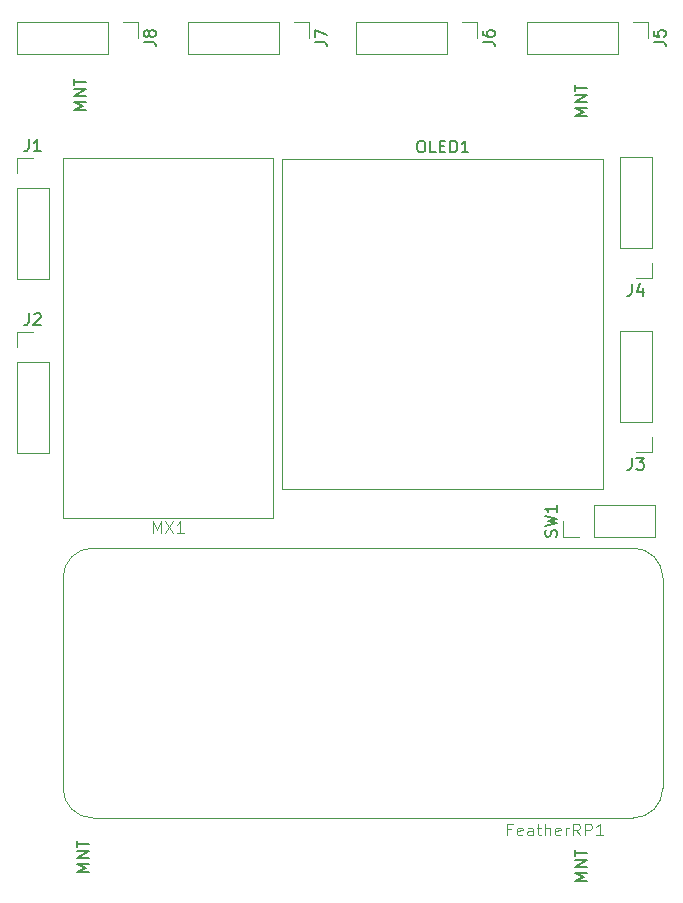
<source format=gbr>
%TF.GenerationSoftware,KiCad,Pcbnew,8.0.0*%
%TF.CreationDate,2025-02-12T14:58:41-08:00*%
%TF.ProjectId,HempCrete,48656d70-4372-4657-9465-2e6b69636164,rev?*%
%TF.SameCoordinates,Original*%
%TF.FileFunction,Legend,Top*%
%TF.FilePolarity,Positive*%
%FSLAX46Y46*%
G04 Gerber Fmt 4.6, Leading zero omitted, Abs format (unit mm)*
G04 Created by KiCad (PCBNEW 8.0.0) date 2025-02-12 14:58:41*
%MOMM*%
%LPD*%
G01*
G04 APERTURE LIST*
%ADD10C,0.150000*%
%ADD11C,0.100000*%
%ADD12C,0.120000*%
%ADD13C,0.050000*%
G04 APERTURE END LIST*
D10*
X164578819Y-53419333D02*
X165293104Y-53419333D01*
X165293104Y-53419333D02*
X165435961Y-53466952D01*
X165435961Y-53466952D02*
X165531200Y-53562190D01*
X165531200Y-53562190D02*
X165578819Y-53705047D01*
X165578819Y-53705047D02*
X165578819Y-53800285D01*
X165007390Y-52800285D02*
X164959771Y-52895523D01*
X164959771Y-52895523D02*
X164912152Y-52943142D01*
X164912152Y-52943142D02*
X164816914Y-52990761D01*
X164816914Y-52990761D02*
X164769295Y-52990761D01*
X164769295Y-52990761D02*
X164674057Y-52943142D01*
X164674057Y-52943142D02*
X164626438Y-52895523D01*
X164626438Y-52895523D02*
X164578819Y-52800285D01*
X164578819Y-52800285D02*
X164578819Y-52609809D01*
X164578819Y-52609809D02*
X164626438Y-52514571D01*
X164626438Y-52514571D02*
X164674057Y-52466952D01*
X164674057Y-52466952D02*
X164769295Y-52419333D01*
X164769295Y-52419333D02*
X164816914Y-52419333D01*
X164816914Y-52419333D02*
X164912152Y-52466952D01*
X164912152Y-52466952D02*
X164959771Y-52514571D01*
X164959771Y-52514571D02*
X165007390Y-52609809D01*
X165007390Y-52609809D02*
X165007390Y-52800285D01*
X165007390Y-52800285D02*
X165055009Y-52895523D01*
X165055009Y-52895523D02*
X165102628Y-52943142D01*
X165102628Y-52943142D02*
X165197866Y-52990761D01*
X165197866Y-52990761D02*
X165388342Y-52990761D01*
X165388342Y-52990761D02*
X165483580Y-52943142D01*
X165483580Y-52943142D02*
X165531200Y-52895523D01*
X165531200Y-52895523D02*
X165578819Y-52800285D01*
X165578819Y-52800285D02*
X165578819Y-52609809D01*
X165578819Y-52609809D02*
X165531200Y-52514571D01*
X165531200Y-52514571D02*
X165483580Y-52466952D01*
X165483580Y-52466952D02*
X165388342Y-52419333D01*
X165388342Y-52419333D02*
X165197866Y-52419333D01*
X165197866Y-52419333D02*
X165102628Y-52466952D01*
X165102628Y-52466952D02*
X165055009Y-52514571D01*
X165055009Y-52514571D02*
X165007390Y-52609809D01*
X159712819Y-59150094D02*
X158712819Y-59150094D01*
X158712819Y-59150094D02*
X159427104Y-58816761D01*
X159427104Y-58816761D02*
X158712819Y-58483428D01*
X158712819Y-58483428D02*
X159712819Y-58483428D01*
X159712819Y-58007237D02*
X158712819Y-58007237D01*
X158712819Y-58007237D02*
X159712819Y-57435809D01*
X159712819Y-57435809D02*
X158712819Y-57435809D01*
X158712819Y-57102475D02*
X158712819Y-56531047D01*
X159712819Y-56816761D02*
X158712819Y-56816761D01*
X159966819Y-123666094D02*
X158966819Y-123666094D01*
X158966819Y-123666094D02*
X159681104Y-123332761D01*
X159681104Y-123332761D02*
X158966819Y-122999428D01*
X158966819Y-122999428D02*
X159966819Y-122999428D01*
X159966819Y-122523237D02*
X158966819Y-122523237D01*
X158966819Y-122523237D02*
X159966819Y-121951809D01*
X159966819Y-121951809D02*
X158966819Y-121951809D01*
X158966819Y-121618475D02*
X158966819Y-121047047D01*
X159966819Y-121332761D02*
X158966819Y-121332761D01*
X202130819Y-124428094D02*
X201130819Y-124428094D01*
X201130819Y-124428094D02*
X201845104Y-124094761D01*
X201845104Y-124094761D02*
X201130819Y-123761428D01*
X201130819Y-123761428D02*
X202130819Y-123761428D01*
X202130819Y-123285237D02*
X201130819Y-123285237D01*
X201130819Y-123285237D02*
X202130819Y-122713809D01*
X202130819Y-122713809D02*
X201130819Y-122713809D01*
X201130819Y-122380475D02*
X201130819Y-121809047D01*
X202130819Y-122094761D02*
X201130819Y-122094761D01*
X202130819Y-59658094D02*
X201130819Y-59658094D01*
X201130819Y-59658094D02*
X201845104Y-59324761D01*
X201845104Y-59324761D02*
X201130819Y-58991428D01*
X201130819Y-58991428D02*
X202130819Y-58991428D01*
X202130819Y-58515237D02*
X201130819Y-58515237D01*
X201130819Y-58515237D02*
X202130819Y-57943809D01*
X202130819Y-57943809D02*
X201130819Y-57943809D01*
X201130819Y-57610475D02*
X201130819Y-57039047D01*
X202130819Y-57324761D02*
X201130819Y-57324761D01*
X199499200Y-95313332D02*
X199546819Y-95170475D01*
X199546819Y-95170475D02*
X199546819Y-94932380D01*
X199546819Y-94932380D02*
X199499200Y-94837142D01*
X199499200Y-94837142D02*
X199451580Y-94789523D01*
X199451580Y-94789523D02*
X199356342Y-94741904D01*
X199356342Y-94741904D02*
X199261104Y-94741904D01*
X199261104Y-94741904D02*
X199165866Y-94789523D01*
X199165866Y-94789523D02*
X199118247Y-94837142D01*
X199118247Y-94837142D02*
X199070628Y-94932380D01*
X199070628Y-94932380D02*
X199023009Y-95122856D01*
X199023009Y-95122856D02*
X198975390Y-95218094D01*
X198975390Y-95218094D02*
X198927771Y-95265713D01*
X198927771Y-95265713D02*
X198832533Y-95313332D01*
X198832533Y-95313332D02*
X198737295Y-95313332D01*
X198737295Y-95313332D02*
X198642057Y-95265713D01*
X198642057Y-95265713D02*
X198594438Y-95218094D01*
X198594438Y-95218094D02*
X198546819Y-95122856D01*
X198546819Y-95122856D02*
X198546819Y-94884761D01*
X198546819Y-94884761D02*
X198594438Y-94741904D01*
X198546819Y-94408570D02*
X199546819Y-94170475D01*
X199546819Y-94170475D02*
X198832533Y-93979999D01*
X198832533Y-93979999D02*
X199546819Y-93789523D01*
X199546819Y-93789523D02*
X198546819Y-93551428D01*
X199546819Y-92646666D02*
X199546819Y-93218094D01*
X199546819Y-92932380D02*
X198546819Y-92932380D01*
X198546819Y-92932380D02*
X198689676Y-93027618D01*
X198689676Y-93027618D02*
X198784914Y-93122856D01*
X198784914Y-93122856D02*
X198832533Y-93218094D01*
X207758819Y-53419333D02*
X208473104Y-53419333D01*
X208473104Y-53419333D02*
X208615961Y-53466952D01*
X208615961Y-53466952D02*
X208711200Y-53562190D01*
X208711200Y-53562190D02*
X208758819Y-53705047D01*
X208758819Y-53705047D02*
X208758819Y-53800285D01*
X207758819Y-52466952D02*
X207758819Y-52943142D01*
X207758819Y-52943142D02*
X208235009Y-52990761D01*
X208235009Y-52990761D02*
X208187390Y-52943142D01*
X208187390Y-52943142D02*
X208139771Y-52847904D01*
X208139771Y-52847904D02*
X208139771Y-52609809D01*
X208139771Y-52609809D02*
X208187390Y-52514571D01*
X208187390Y-52514571D02*
X208235009Y-52466952D01*
X208235009Y-52466952D02*
X208330247Y-52419333D01*
X208330247Y-52419333D02*
X208568342Y-52419333D01*
X208568342Y-52419333D02*
X208663580Y-52466952D01*
X208663580Y-52466952D02*
X208711200Y-52514571D01*
X208711200Y-52514571D02*
X208758819Y-52609809D01*
X208758819Y-52609809D02*
X208758819Y-52847904D01*
X208758819Y-52847904D02*
X208711200Y-52943142D01*
X208711200Y-52943142D02*
X208663580Y-52990761D01*
X205914666Y-73900819D02*
X205914666Y-74615104D01*
X205914666Y-74615104D02*
X205867047Y-74757961D01*
X205867047Y-74757961D02*
X205771809Y-74853200D01*
X205771809Y-74853200D02*
X205628952Y-74900819D01*
X205628952Y-74900819D02*
X205533714Y-74900819D01*
X206819428Y-74234152D02*
X206819428Y-74900819D01*
X206581333Y-73853200D02*
X206343238Y-74567485D01*
X206343238Y-74567485D02*
X206962285Y-74567485D01*
X154860666Y-61660819D02*
X154860666Y-62375104D01*
X154860666Y-62375104D02*
X154813047Y-62517961D01*
X154813047Y-62517961D02*
X154717809Y-62613200D01*
X154717809Y-62613200D02*
X154574952Y-62660819D01*
X154574952Y-62660819D02*
X154479714Y-62660819D01*
X155860666Y-62660819D02*
X155289238Y-62660819D01*
X155574952Y-62660819D02*
X155574952Y-61660819D01*
X155574952Y-61660819D02*
X155479714Y-61803676D01*
X155479714Y-61803676D02*
X155384476Y-61898914D01*
X155384476Y-61898914D02*
X155289238Y-61946533D01*
X205914666Y-88632819D02*
X205914666Y-89347104D01*
X205914666Y-89347104D02*
X205867047Y-89489961D01*
X205867047Y-89489961D02*
X205771809Y-89585200D01*
X205771809Y-89585200D02*
X205628952Y-89632819D01*
X205628952Y-89632819D02*
X205533714Y-89632819D01*
X206295619Y-88632819D02*
X206914666Y-88632819D01*
X206914666Y-88632819D02*
X206581333Y-89013771D01*
X206581333Y-89013771D02*
X206724190Y-89013771D01*
X206724190Y-89013771D02*
X206819428Y-89061390D01*
X206819428Y-89061390D02*
X206867047Y-89109009D01*
X206867047Y-89109009D02*
X206914666Y-89204247D01*
X206914666Y-89204247D02*
X206914666Y-89442342D01*
X206914666Y-89442342D02*
X206867047Y-89537580D01*
X206867047Y-89537580D02*
X206819428Y-89585200D01*
X206819428Y-89585200D02*
X206724190Y-89632819D01*
X206724190Y-89632819D02*
X206438476Y-89632819D01*
X206438476Y-89632819D02*
X206343238Y-89585200D01*
X206343238Y-89585200D02*
X206295619Y-89537580D01*
X187968428Y-61779819D02*
X188158904Y-61779819D01*
X188158904Y-61779819D02*
X188254142Y-61827438D01*
X188254142Y-61827438D02*
X188349380Y-61922676D01*
X188349380Y-61922676D02*
X188396999Y-62113152D01*
X188396999Y-62113152D02*
X188396999Y-62446485D01*
X188396999Y-62446485D02*
X188349380Y-62636961D01*
X188349380Y-62636961D02*
X188254142Y-62732200D01*
X188254142Y-62732200D02*
X188158904Y-62779819D01*
X188158904Y-62779819D02*
X187968428Y-62779819D01*
X187968428Y-62779819D02*
X187873190Y-62732200D01*
X187873190Y-62732200D02*
X187777952Y-62636961D01*
X187777952Y-62636961D02*
X187730333Y-62446485D01*
X187730333Y-62446485D02*
X187730333Y-62113152D01*
X187730333Y-62113152D02*
X187777952Y-61922676D01*
X187777952Y-61922676D02*
X187873190Y-61827438D01*
X187873190Y-61827438D02*
X187968428Y-61779819D01*
X189301761Y-62779819D02*
X188825571Y-62779819D01*
X188825571Y-62779819D02*
X188825571Y-61779819D01*
X189635095Y-62256009D02*
X189968428Y-62256009D01*
X190111285Y-62779819D02*
X189635095Y-62779819D01*
X189635095Y-62779819D02*
X189635095Y-61779819D01*
X189635095Y-61779819D02*
X190111285Y-61779819D01*
X190539857Y-62779819D02*
X190539857Y-61779819D01*
X190539857Y-61779819D02*
X190777952Y-61779819D01*
X190777952Y-61779819D02*
X190920809Y-61827438D01*
X190920809Y-61827438D02*
X191016047Y-61922676D01*
X191016047Y-61922676D02*
X191063666Y-62017914D01*
X191063666Y-62017914D02*
X191111285Y-62208390D01*
X191111285Y-62208390D02*
X191111285Y-62351247D01*
X191111285Y-62351247D02*
X191063666Y-62541723D01*
X191063666Y-62541723D02*
X191016047Y-62636961D01*
X191016047Y-62636961D02*
X190920809Y-62732200D01*
X190920809Y-62732200D02*
X190777952Y-62779819D01*
X190777952Y-62779819D02*
X190539857Y-62779819D01*
X192063666Y-62779819D02*
X191492238Y-62779819D01*
X191777952Y-62779819D02*
X191777952Y-61779819D01*
X191777952Y-61779819D02*
X191682714Y-61922676D01*
X191682714Y-61922676D02*
X191587476Y-62017914D01*
X191587476Y-62017914D02*
X191492238Y-62065533D01*
X154860666Y-76392819D02*
X154860666Y-77107104D01*
X154860666Y-77107104D02*
X154813047Y-77249961D01*
X154813047Y-77249961D02*
X154717809Y-77345200D01*
X154717809Y-77345200D02*
X154574952Y-77392819D01*
X154574952Y-77392819D02*
X154479714Y-77392819D01*
X155289238Y-76488057D02*
X155336857Y-76440438D01*
X155336857Y-76440438D02*
X155432095Y-76392819D01*
X155432095Y-76392819D02*
X155670190Y-76392819D01*
X155670190Y-76392819D02*
X155765428Y-76440438D01*
X155765428Y-76440438D02*
X155813047Y-76488057D01*
X155813047Y-76488057D02*
X155860666Y-76583295D01*
X155860666Y-76583295D02*
X155860666Y-76678533D01*
X155860666Y-76678533D02*
X155813047Y-76821390D01*
X155813047Y-76821390D02*
X155241619Y-77392819D01*
X155241619Y-77392819D02*
X155860666Y-77392819D01*
D11*
X165338286Y-95020219D02*
X165338286Y-94020219D01*
X165338286Y-94020219D02*
X165671619Y-94734504D01*
X165671619Y-94734504D02*
X166004952Y-94020219D01*
X166004952Y-94020219D02*
X166004952Y-95020219D01*
X166385905Y-94020219D02*
X167052571Y-95020219D01*
X167052571Y-94020219D02*
X166385905Y-95020219D01*
X167957333Y-95020219D02*
X167385905Y-95020219D01*
X167671619Y-95020219D02*
X167671619Y-94020219D01*
X167671619Y-94020219D02*
X167576381Y-94163076D01*
X167576381Y-94163076D02*
X167481143Y-94258314D01*
X167481143Y-94258314D02*
X167385905Y-94305933D01*
D10*
X179056819Y-53419333D02*
X179771104Y-53419333D01*
X179771104Y-53419333D02*
X179913961Y-53466952D01*
X179913961Y-53466952D02*
X180009200Y-53562190D01*
X180009200Y-53562190D02*
X180056819Y-53705047D01*
X180056819Y-53705047D02*
X180056819Y-53800285D01*
X179056819Y-53038380D02*
X179056819Y-52371714D01*
X179056819Y-52371714D02*
X180056819Y-52800285D01*
X193280819Y-53419333D02*
X193995104Y-53419333D01*
X193995104Y-53419333D02*
X194137961Y-53466952D01*
X194137961Y-53466952D02*
X194233200Y-53562190D01*
X194233200Y-53562190D02*
X194280819Y-53705047D01*
X194280819Y-53705047D02*
X194280819Y-53800285D01*
X193280819Y-52514571D02*
X193280819Y-52705047D01*
X193280819Y-52705047D02*
X193328438Y-52800285D01*
X193328438Y-52800285D02*
X193376057Y-52847904D01*
X193376057Y-52847904D02*
X193518914Y-52943142D01*
X193518914Y-52943142D02*
X193709390Y-52990761D01*
X193709390Y-52990761D02*
X194090342Y-52990761D01*
X194090342Y-52990761D02*
X194185580Y-52943142D01*
X194185580Y-52943142D02*
X194233200Y-52895523D01*
X194233200Y-52895523D02*
X194280819Y-52800285D01*
X194280819Y-52800285D02*
X194280819Y-52609809D01*
X194280819Y-52609809D02*
X194233200Y-52514571D01*
X194233200Y-52514571D02*
X194185580Y-52466952D01*
X194185580Y-52466952D02*
X194090342Y-52419333D01*
X194090342Y-52419333D02*
X193852247Y-52419333D01*
X193852247Y-52419333D02*
X193757009Y-52466952D01*
X193757009Y-52466952D02*
X193709390Y-52514571D01*
X193709390Y-52514571D02*
X193661771Y-52609809D01*
X193661771Y-52609809D02*
X193661771Y-52800285D01*
X193661771Y-52800285D02*
X193709390Y-52895523D01*
X193709390Y-52895523D02*
X193757009Y-52943142D01*
X193757009Y-52943142D02*
X193852247Y-52990761D01*
D11*
X195699523Y-120075607D02*
X195366190Y-120075607D01*
X195366190Y-120599417D02*
X195366190Y-119599417D01*
X195366190Y-119599417D02*
X195842380Y-119599417D01*
X196604285Y-120551798D02*
X196509047Y-120599417D01*
X196509047Y-120599417D02*
X196318571Y-120599417D01*
X196318571Y-120599417D02*
X196223333Y-120551798D01*
X196223333Y-120551798D02*
X196175714Y-120456559D01*
X196175714Y-120456559D02*
X196175714Y-120075607D01*
X196175714Y-120075607D02*
X196223333Y-119980369D01*
X196223333Y-119980369D02*
X196318571Y-119932750D01*
X196318571Y-119932750D02*
X196509047Y-119932750D01*
X196509047Y-119932750D02*
X196604285Y-119980369D01*
X196604285Y-119980369D02*
X196651904Y-120075607D01*
X196651904Y-120075607D02*
X196651904Y-120170845D01*
X196651904Y-120170845D02*
X196175714Y-120266083D01*
X197509047Y-120599417D02*
X197509047Y-120075607D01*
X197509047Y-120075607D02*
X197461428Y-119980369D01*
X197461428Y-119980369D02*
X197366190Y-119932750D01*
X197366190Y-119932750D02*
X197175714Y-119932750D01*
X197175714Y-119932750D02*
X197080476Y-119980369D01*
X197509047Y-120551798D02*
X197413809Y-120599417D01*
X197413809Y-120599417D02*
X197175714Y-120599417D01*
X197175714Y-120599417D02*
X197080476Y-120551798D01*
X197080476Y-120551798D02*
X197032857Y-120456559D01*
X197032857Y-120456559D02*
X197032857Y-120361321D01*
X197032857Y-120361321D02*
X197080476Y-120266083D01*
X197080476Y-120266083D02*
X197175714Y-120218464D01*
X197175714Y-120218464D02*
X197413809Y-120218464D01*
X197413809Y-120218464D02*
X197509047Y-120170845D01*
X197842381Y-119932750D02*
X198223333Y-119932750D01*
X197985238Y-119599417D02*
X197985238Y-120456559D01*
X197985238Y-120456559D02*
X198032857Y-120551798D01*
X198032857Y-120551798D02*
X198128095Y-120599417D01*
X198128095Y-120599417D02*
X198223333Y-120599417D01*
X198556667Y-120599417D02*
X198556667Y-119599417D01*
X198985238Y-120599417D02*
X198985238Y-120075607D01*
X198985238Y-120075607D02*
X198937619Y-119980369D01*
X198937619Y-119980369D02*
X198842381Y-119932750D01*
X198842381Y-119932750D02*
X198699524Y-119932750D01*
X198699524Y-119932750D02*
X198604286Y-119980369D01*
X198604286Y-119980369D02*
X198556667Y-120027988D01*
X199842381Y-120551798D02*
X199747143Y-120599417D01*
X199747143Y-120599417D02*
X199556667Y-120599417D01*
X199556667Y-120599417D02*
X199461429Y-120551798D01*
X199461429Y-120551798D02*
X199413810Y-120456559D01*
X199413810Y-120456559D02*
X199413810Y-120075607D01*
X199413810Y-120075607D02*
X199461429Y-119980369D01*
X199461429Y-119980369D02*
X199556667Y-119932750D01*
X199556667Y-119932750D02*
X199747143Y-119932750D01*
X199747143Y-119932750D02*
X199842381Y-119980369D01*
X199842381Y-119980369D02*
X199890000Y-120075607D01*
X199890000Y-120075607D02*
X199890000Y-120170845D01*
X199890000Y-120170845D02*
X199413810Y-120266083D01*
X200318572Y-120599417D02*
X200318572Y-119932750D01*
X200318572Y-120123226D02*
X200366191Y-120027988D01*
X200366191Y-120027988D02*
X200413810Y-119980369D01*
X200413810Y-119980369D02*
X200509048Y-119932750D01*
X200509048Y-119932750D02*
X200604286Y-119932750D01*
X201509048Y-120599417D02*
X201175715Y-120123226D01*
X200937620Y-120599417D02*
X200937620Y-119599417D01*
X200937620Y-119599417D02*
X201318572Y-119599417D01*
X201318572Y-119599417D02*
X201413810Y-119647036D01*
X201413810Y-119647036D02*
X201461429Y-119694655D01*
X201461429Y-119694655D02*
X201509048Y-119789893D01*
X201509048Y-119789893D02*
X201509048Y-119932750D01*
X201509048Y-119932750D02*
X201461429Y-120027988D01*
X201461429Y-120027988D02*
X201413810Y-120075607D01*
X201413810Y-120075607D02*
X201318572Y-120123226D01*
X201318572Y-120123226D02*
X200937620Y-120123226D01*
X201937620Y-120599417D02*
X201937620Y-119599417D01*
X201937620Y-119599417D02*
X202318572Y-119599417D01*
X202318572Y-119599417D02*
X202413810Y-119647036D01*
X202413810Y-119647036D02*
X202461429Y-119694655D01*
X202461429Y-119694655D02*
X202509048Y-119789893D01*
X202509048Y-119789893D02*
X202509048Y-119932750D01*
X202509048Y-119932750D02*
X202461429Y-120027988D01*
X202461429Y-120027988D02*
X202413810Y-120075607D01*
X202413810Y-120075607D02*
X202318572Y-120123226D01*
X202318572Y-120123226D02*
X201937620Y-120123226D01*
X203461429Y-120599417D02*
X202890001Y-120599417D01*
X203175715Y-120599417D02*
X203175715Y-119599417D01*
X203175715Y-119599417D02*
X203080477Y-119742274D01*
X203080477Y-119742274D02*
X202985239Y-119837512D01*
X202985239Y-119837512D02*
X202890001Y-119885131D01*
D12*
%TO.C,J8*%
X153844000Y-51756000D02*
X153844000Y-54416000D01*
X161524000Y-51756000D02*
X153844000Y-51756000D01*
X161524000Y-51756000D02*
X161524000Y-54416000D01*
X161524000Y-54416000D02*
X153844000Y-54416000D01*
X162794000Y-51756000D02*
X164124000Y-51756000D01*
X164124000Y-51756000D02*
X164124000Y-53086000D01*
%TO.C,SW1*%
X202692000Y-92650000D02*
X207832000Y-92650000D01*
X207832000Y-95310000D02*
X207832000Y-92650000D01*
X202692000Y-95310000D02*
X202692000Y-92650000D01*
X202692000Y-95310000D02*
X207832000Y-95310000D01*
X201422000Y-95310000D02*
X200092000Y-95310000D01*
X200092000Y-95310000D02*
X200092000Y-93980000D01*
%TO.C,J5*%
X207304000Y-51756000D02*
X207304000Y-53086000D01*
X205974000Y-51756000D02*
X207304000Y-51756000D01*
X204704000Y-54416000D02*
X197024000Y-54416000D01*
X204704000Y-51756000D02*
X204704000Y-54416000D01*
X204704000Y-51756000D02*
X197024000Y-51756000D01*
X197024000Y-51756000D02*
X197024000Y-54416000D01*
%TO.C,J4*%
X207578000Y-73446000D02*
X206248000Y-73446000D01*
X207578000Y-72116000D02*
X207578000Y-73446000D01*
X207578000Y-70846000D02*
X207578000Y-63166000D01*
X207578000Y-70846000D02*
X204918000Y-70846000D01*
X207578000Y-63166000D02*
X204918000Y-63166000D01*
X204918000Y-70846000D02*
X204918000Y-63166000D01*
%TO.C,J1*%
X156524000Y-65806000D02*
X156524000Y-73486000D01*
X153864000Y-73486000D02*
X156524000Y-73486000D01*
X153864000Y-65806000D02*
X156524000Y-65806000D01*
X153864000Y-65806000D02*
X153864000Y-73486000D01*
X153864000Y-64536000D02*
X153864000Y-63206000D01*
X153864000Y-63206000D02*
X155194000Y-63206000D01*
%TO.C,J3*%
X207578000Y-88178000D02*
X206248000Y-88178000D01*
X207578000Y-86848000D02*
X207578000Y-88178000D01*
X207578000Y-85578000D02*
X207578000Y-77898000D01*
X207578000Y-85578000D02*
X204918000Y-85578000D01*
X207578000Y-77898000D02*
X204918000Y-77898000D01*
X204918000Y-85578000D02*
X204918000Y-77898000D01*
%TO.C,OLED1*%
X203486000Y-63341000D02*
X176308000Y-63341000D01*
X176308000Y-91281000D01*
X203486000Y-91281000D01*
X203486000Y-63341000D01*
%TO.C,J2*%
X156524000Y-80538000D02*
X156524000Y-88218000D01*
X153864000Y-88218000D02*
X156524000Y-88218000D01*
X153864000Y-80538000D02*
X156524000Y-80538000D01*
X153864000Y-80538000D02*
X153864000Y-88218000D01*
X153864000Y-79268000D02*
X153864000Y-77938000D01*
X153864000Y-77938000D02*
X155194000Y-77938000D01*
%TO.C,MX1*%
D13*
X157734000Y-63246000D02*
X175514000Y-63246000D01*
X175514000Y-93726000D01*
X157734000Y-93726000D01*
X157734000Y-63246000D01*
D12*
%TO.C,J7*%
X178602000Y-51756000D02*
X178602000Y-53086000D01*
X177272000Y-51756000D02*
X178602000Y-51756000D01*
X176002000Y-54416000D02*
X168322000Y-54416000D01*
X176002000Y-51756000D02*
X176002000Y-54416000D01*
X176002000Y-51756000D02*
X168322000Y-51756000D01*
X168322000Y-51756000D02*
X168322000Y-54416000D01*
%TO.C,J6*%
X192826000Y-51756000D02*
X192826000Y-53086000D01*
X191496000Y-51756000D02*
X192826000Y-51756000D01*
X190226000Y-54416000D02*
X182546000Y-54416000D01*
X190226000Y-51756000D02*
X190226000Y-54416000D01*
X190226000Y-51756000D02*
X182546000Y-51756000D01*
X182546000Y-51756000D02*
X182546000Y-54416000D01*
D11*
%TO.C,FeatherRP1*%
X208534000Y-116586000D02*
G75*
G02*
X205994000Y-119126000I-2540000J0D01*
G01*
X205994000Y-96266000D02*
G75*
G02*
X208534000Y-98806000I0J-2540000D01*
G01*
X160274000Y-119126000D02*
G75*
G02*
X157734000Y-116586000I0J2540000D01*
G01*
X157734000Y-98806000D02*
G75*
G02*
X160274000Y-96266000I2540000J0D01*
G01*
X208534000Y-116586000D02*
X208534000Y-98806000D01*
X160274000Y-119126000D02*
X205994000Y-119126000D01*
X160274000Y-96266000D02*
X205994000Y-96266000D01*
X157734000Y-116586000D02*
X157734000Y-98806000D01*
%TD*%
M02*

</source>
